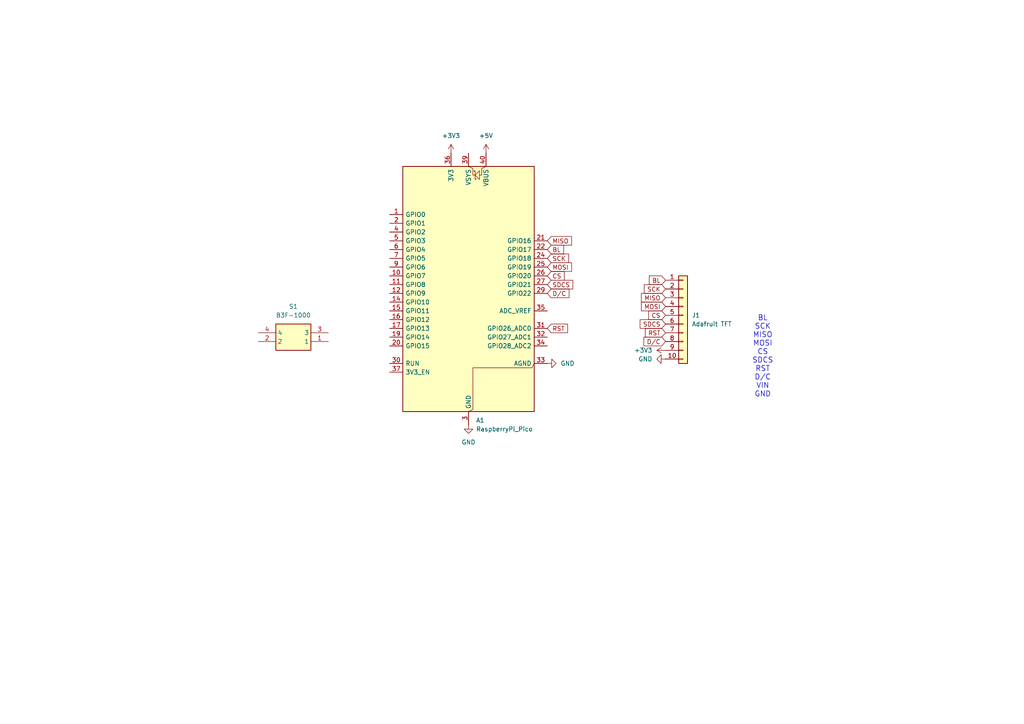
<source format=kicad_sch>
(kicad_sch (version 20250114) (generator "eeschema") (generator_version "9.0")
  (paper "A4")
  (lib_symbols
    (symbol "Connector_Generic:Conn_01x10" (pin_names (offset 1.016) (hide yes))
      (property "Reference" "J" (at 0 12.7 0))
      (property "Value" "Conn_01x10" (at 0 -15.24 0))
      (symbol "Conn_01x10_1_1"
        (rectangle (start -1.27 11.43) (end 1.27 -13.97) (stroke (width 0.254)) (fill (type background)))
        (rectangle (start -1.27 10.287) (end 0 10.033) (stroke (width 0.1524)))
        (rectangle (start -1.27 7.747) (end 0 7.493) (stroke (width 0.1524)))
        (rectangle (start -1.27 5.207) (end 0 4.953) (stroke (width 0.1524)))
        (rectangle (start -1.27 2.667) (end 0 2.413) (stroke (width 0.1524)))
        (rectangle (start -1.27 0.127) (end 0 -0.127) (stroke (width 0.1524)))
        (rectangle (start -1.27 -2.413) (end 0 -2.667) (stroke (width 0.1524)))
        (rectangle (start -1.27 -4.953) (end 0 -5.207) (stroke (width 0.1524)))
        (rectangle (start -1.27 -7.493) (end 0 -7.747) (stroke (width 0.1524)))
        (rectangle (start -1.27 -10.033) (end 0 -10.287) (stroke (width 0.1524)))
        (rectangle (start -1.27 -12.573) (end 0 -12.827) (stroke (width 0.1524)))
        (pin passive line (at -5.08 10.16 0) (length 3.81) (name "Pin_1") (number "1"))
        (pin passive line (at -5.08 7.62 0) (length 3.81) (name "Pin_2") (number "2"))
        (pin passive line (at -5.08 5.08 0) (length 3.81) (name "Pin_3") (number "3"))
        (pin passive line (at -5.08 2.54 0) (length 3.81) (name "Pin_4") (number "4"))
        (pin passive line (at -5.08 0 0) (length 3.81) (name "Pin_5") (number "5"))
        (pin passive line (at -5.08 -2.54 0) (length 3.81) (name "Pin_6") (number "6"))
        (pin passive line (at -5.08 -5.08 0) (length 3.81) (name "Pin_7") (number "7"))
        (pin passive line (at -5.08 -7.62 0) (length 3.81) (name "Pin_8") (number "8"))
        (pin passive line (at -5.08 -10.16 0) (length 3.81) (name "Pin_9") (number "9"))
        (pin passive line (at -5.08 -12.7 0) (length 3.81) (name "Pin_10") (number "10"))
      )
    )
    (symbol "OmronB3F_1000:B3F-1000"
      (property "Reference" "S" (at 16.51 7.62 0))
      (property "Value" "B3F-1000" (at 16.51 5.08 0))
      (symbol "B3F-1000_1_1"
        (rectangle (start 5.08 2.54) (end 15.24 -5.08) (stroke (width 0.254)) (fill (type background)))
        (pin passive line (at 0 0 0) (length 5.08) (name "4") (number "4"))
        (pin passive line (at 0 -2.54 0) (length 5.08) (name "2") (number "2"))
        (pin passive line (at 20.32 0 180) (length 5.08) (name "3") (number "3"))
        (pin passive line (at 20.32 -2.54 180) (length 5.08) (name "1") (number "1"))
      )
    )
    (symbol "Rasberry_Pi_Pico:RaspberryPi_Pico" (pin_names (offset 0.762))
      (property "Reference" "A" (at -19.05 38.1 0))
      (property "Value" "RaspberryPi_Pico" (at 7.62 38.1 0))
      (symbol "RaspberryPi_Pico_0_1"
        (rectangle (start -19.05 36.83) (end 19.05 -34.29) (stroke (width 0.254)) (fill (type background)))
        (polyline (pts (xy 0 36.83) (xy 1.27 36.195) (xy 1.27 34.29) (xy 1.905 34.29)))
        (polyline (pts (xy 0 -34.29) (xy 1.27 -33.655) (xy 1.27 -21.59) (xy 18.415 -21.59) (xy 19.05 -20.32)))
        (polyline (pts (xy 1.651 35.306) (xy 1.651 35.56) (xy 1.905 35.56) (xy 1.905 33.02) (xy 2.159 33.02) (xy 2.159 33.274)))
        (polyline (pts (xy 1.905 34.29) (xy 3.175 35.56) (xy 3.175 33.02) (xy 1.905 34.29)))
        (polyline (pts (xy 5.08 36.83) (xy 3.81 36.195) (xy 3.81 34.29) (xy 3.175 34.29)))
      )
      (symbol "RaspberryPi_Pico_1_1"
        (pin bidirectional line (at -22.86 22.86 0) (length 3.81) (name "GPIO0") (number "1"))
        (pin bidirectional line (at -22.86 20.32 0) (length 3.81) (name "GPIO1") (number "2"))
        (pin bidirectional line (at -22.86 17.78 0) (length 3.81) (name "GPIO2") (number "4"))
        (pin bidirectional line (at -22.86 15.24 0) (length 3.81) (name "GPIO3") (number "5"))
        (pin bidirectional line (at -22.86 12.7 0) (length 3.81) (name "GPIO4") (number "6"))
        (pin bidirectional line (at -22.86 10.16 0) (length 3.81) (name "GPIO5") (number "7"))
        (pin bidirectional line (at -22.86 7.62 0) (length 3.81) (name "GPIO6") (number "9"))
        (pin bidirectional line (at -22.86 5.08 0) (length 3.81) (name "GPIO7") (number "10"))
        (pin bidirectional line (at -22.86 2.54 0) (length 3.81) (name "GPIO8") (number "11"))
        (pin bidirectional line (at -22.86 0 0) (length 3.81) (name "GPIO9") (number "12"))
        (pin bidirectional line (at -22.86 -2.54 0) (length 3.81) (name "GPIO10") (number "14"))
        (pin bidirectional line (at -22.86 -5.08 0) (length 3.81) (name "GPIO11") (number "15"))
        (pin bidirectional line (at -22.86 -7.62 0) (length 3.81) (name "GPIO12") (number "16"))
        (pin bidirectional line (at -22.86 -10.16 0) (length 3.81) (name "GPIO13") (number "17"))
        (pin bidirectional line (at -22.86 -12.7 0) (length 3.81) (name "GPIO14") (number "19"))
        (pin bidirectional line (at -22.86 -15.24 0) (length 3.81) (name "GPIO15") (number "20"))
        (pin input line (at -22.86 -20.32 0) (length 3.81) (name "RUN") (number "30"))
        (pin input line (at -22.86 -22.86 0) (length 3.81) (name "3V3_EN") (number "37"))
        (pin power_out line (at -5.08 40.64 270) (length 3.81) (name "3V3") (number "36"))
        (pin power_in line (at 0 40.64 270) (length 3.81) (name "VSYS") (number "39"))
        (pin passive line (at 0 -38.1 90) (length 3.81) (hide yes) (name "GND") (number "13"))
        (pin passive line (at 0 -38.1 90) (length 3.81) (hide yes) (name "GND") (number "18"))
        (pin passive line (at 0 -38.1 90) (length 3.81) (hide yes) (name "GND") (number "23"))
        (pin passive line (at 0 -38.1 90) (length 3.81) (hide yes) (name "GND") (number "28"))
        (pin power_out line (at 0 -38.1 90) (length 3.81) (name "GND") (number "3"))
        (pin passive line (at 0 -38.1 90) (length 3.81) (hide yes) (name "GND") (number "38"))
        (pin passive line (at 0 -38.1 90) (length 3.81) (hide yes) (name "GND") (number "8"))
        (pin power_out line (at 5.08 40.64 270) (length 3.81) (name "VBUS") (number "40"))
        (pin bidirectional line (at 22.86 15.24 180) (length 3.81) (name "GPIO16") (number "21"))
        (pin bidirectional line (at 22.86 12.7 180) (length 3.81) (name "GPIO17") (number "22"))
        (pin bidirectional line (at 22.86 10.16 180) (length 3.81) (name "GPIO18") (number "24"))
        (pin bidirectional line (at 22.86 7.62 180) (length 3.81) (name "GPIO19") (number "25"))
        (pin bidirectional line (at 22.86 5.08 180) (length 3.81) (name "GPIO20") (number "26"))
        (pin bidirectional line (at 22.86 2.54 180) (length 3.81) (name "GPIO21") (number "27"))
        (pin bidirectional line (at 22.86 0 180) (length 3.81) (name "GPIO22") (number "29"))
        (pin power_in line (at 22.86 -5.08 180) (length 3.81) (name "ADC_VREF") (number "35"))
        (pin bidirectional line (at 22.86 -10.16 180) (length 3.81) (name "GPIO26_ADC0") (number "31"))
        (pin bidirectional line (at 22.86 -12.7 180) (length 3.81) (name "GPIO27_ADC1") (number "32"))
        (pin bidirectional line (at 22.86 -15.24 180) (length 3.81) (name "GPIO28_ADC2") (number "34"))
        (pin power_out line (at 22.86 -20.32 180) (length 3.81) (name "AGND") (number "33"))
      )
    )
    (symbol "power:+3V3" (power) (pin_numbers (hide yes)) (pin_names (offset 0) (hide yes))
      (property "Value" "+3V3" (at 0 3.556 0))
      (symbol "+3V3_0_1"
        (polyline (pts (xy -0.762 1.27) (xy 0 2.54)))
        (polyline (pts (xy 0 2.54) (xy 0.762 1.27)))
        (polyline (pts (xy 0 0) (xy 0 2.54)))
      )
      (symbol "+3V3_1_1"
        (pin power_in line (at 0 0 90) (length 0) (name "~") (number "1"))
      )
    )
    (symbol "power:+5V" (power) (pin_numbers (hide yes)) (pin_names (offset 0) (hide yes))
      (property "Value" "+5V" (at 0 3.556 0))
      (symbol "+5V_0_1"
        (polyline (pts (xy -0.762 1.27) (xy 0 2.54)))
        (polyline (pts (xy 0 2.54) (xy 0.762 1.27)))
        (polyline (pts (xy 0 0) (xy 0 2.54)))
      )
      (symbol "+5V_1_1"
        (pin power_in line (at 0 0 90) (length 0) (name "~") (number "1"))
      )
    )
    (symbol "power:GND" (power) (pin_numbers (hide yes)) (pin_names (offset 0) (hide yes))
      (property "Value" "GND" (at 0 -3.81 0))
      (symbol "GND_0_1"
        (polyline (pts (xy 0 0) (xy 0 -1.27) (xy 1.27 -1.27) (xy 0 -2.54) (xy -1.27 -1.27) (xy 0 -1.27)))
      )
      (symbol "GND_1_1"
        (pin power_in line (at 0 0 270) (length 0) (name "~") (number "1"))
      )
    )
  )
  (text "BL\nSCK\nMISO\nMOSI\nCS\nSDCS\nRST\nD/C\nVIN\nGND" (at 221.234 103.378 0) (effects (font (size 1.524 1.524))))
  (global_label "SCK" (shape input) (at 158.75 74.93 0) (property "Intersheetrefs" "${INTERSHEET_REFS}" (effects (hide yes))))
  (global_label "MISO" (shape input) (at 158.75 69.85 0) (property "Intersheetrefs" "${INTERSHEET_REFS}" (effects (hide yes))))
  (global_label "SDCS" (shape input) (at 193.04 93.98 180) (property "Intersheetrefs" "${INTERSHEET_REFS}" (effects (hide yes))))
  (global_label "MOSI" (shape input) (at 158.75 77.47 0) (property "Intersheetrefs" "${INTERSHEET_REFS}" (effects (hide yes))))
  (global_label "RST" (shape input) (at 158.75 95.25 0) (property "Intersheetrefs" "${INTERSHEET_REFS}" (effects (hide yes))))
  (global_label "D{slash}C" (shape input) (at 193.04 99.06 180) (property "Intersheetrefs" "${INTERSHEET_REFS}" (effects (hide yes))))
  (global_label "RST" (shape input) (at 193.04 96.52 180) (property "Intersheetrefs" "${INTERSHEET_REFS}" (effects (hide yes))))
  (global_label "SCK" (shape input) (at 193.04 83.82 180) (property "Intersheetrefs" "${INTERSHEET_REFS}" (effects (hide yes))))
  (global_label "D{slash}C" (shape input) (at 158.75 85.09 0) (property "Intersheetrefs" "${INTERSHEET_REFS}" (effects (hide yes))))
  (global_label "MOSI" (shape input) (at 193.04 88.9 180) (property "Intersheetrefs" "${INTERSHEET_REFS}" (effects (hide yes))))
  (global_label "CS" (shape input) (at 158.75 80.01 0) (property "Intersheetrefs" "${INTERSHEET_REFS}" (effects (hide yes))))
  (global_label "BL" (shape input) (at 158.75 72.39 0) (property "Intersheetrefs" "${INTERSHEET_REFS}" (effects (hide yes))))
  (global_label "BL" (shape input) (at 193.04 81.28 180) (property "Intersheetrefs" "${INTERSHEET_REFS}" (effects (hide yes))))
  (global_label "MISO" (shape input) (at 193.04 86.36 180) (property "Intersheetrefs" "${INTERSHEET_REFS}" (effects (hide yes))))
  (global_label "CS" (shape input) (at 193.04 91.44 180) (property "Intersheetrefs" "${INTERSHEET_REFS}" (effects (hide yes))))
  (global_label "SDCS" (shape input) (at 158.75 82.55 0) (property "Intersheetrefs" "${INTERSHEET_REFS}" (effects (hide yes))))
  (symbol (lib_id "power:+3V3") (at 130.81 44.45 0) (unit 1)
    (property "Reference" "#PWR04" (effects (hide yes)))
    (property "Value" "+3V3" (at 130.81 39.37 0))
    (property "Description" "Power symbol creates a global label with name \"+3V3\"" (effects (hide yes)))
  )
  (symbol (lib_id "OmronB3F_1000:B3F-1000") (at 74.93 96.52 0) (unit 1)
    (property "Reference" "S1" (at 85.09 88.9 0))
    (property "Value" "B3F-1000" (at 85.09 91.44 0))
    (property "Footprint" "B3F1002" (effects (hide yes)))
    (property "Datasheet" "https://www.omron.com/ecb/products/pdf/en-b3f.pdf" (effects (hide yes)))
    (property "Description" "OMRON ELECTRONIC COMPONENTS - B3F-1000 - SWITCH, SPNO, 0.05A, 24V, THT, 0.98N" (effects (hide yes)))
    (property "Mouser Part Number" "653-B3F-1000" (effects (hide yes)))
    (property "Mouser Price/Stock" "https://www.mouser.co.uk/ProductDetail/Omron-Electronics/B3F-1000?qs=lK7M36XCk6JQHckSc1xIsg%3D%3D" (effects (hide yes)))
    (property "Manufacturer_Name" "Omron Electronics" (effects (hide yes)))
    (property "Manufacturer_Part_Number" "B3F-1000" (effects (hide yes)))
  )
  (symbol (lib_id "power:GND") (at 158.75 105.41 90) (unit 1)
    (property "Reference" "#PWR06" (effects (hide yes)))
    (property "Value" "GND" (at 162.56 105.4099 90) (effects (justify right)))
    (property "Description" "Power symbol creates a global label with name \"GND\" , ground" (effects (hide yes)))
  )
  (symbol (lib_id "power:GND") (at 135.89 123.19 0) (unit 1)
    (property "Reference" "#PWR01" (effects (hide yes)))
    (property "Value" "GND" (at 135.89 128.27 0))
    (property "Description" "Power symbol creates a global label with name \"GND\" , ground" (effects (hide yes)))
  )
  (symbol (lib_id "Rasberry_Pi_Pico:RaspberryPi_Pico") (at 135.89 85.09 0) (unit 1)
    (property "Reference" "A1" (at 138.0333 121.92 0) (effects (justify left)))
    (property "Value" "RaspberryPi_Pico" (at 138.0333 124.46 0) (effects (justify left)))
    (property "Footprint" "Module_RaspberryPi_Pico:RaspberryPi_Pico_Common" (effects (hide yes)))
    (property "Datasheet" "https://datasheets.raspberrypi.com/pico/pico-datasheet.pdf" (effects (hide yes)))
    (property "Description" "Versatile and inexpensive microcontroller module powered by RP2040 dual-core Arm Cortex-M0+ processor up to 133 MHz, 264kB SRAM, 2MB QSPI flash" (effects (hide yes)))
  )
  (symbol (lib_id "power:+3V3") (at 193.04 101.6 90) (unit 1)
    (property "Reference" "#PWR02" (effects (hide yes)))
    (property "Value" "+3V3" (at 189.23 101.5999 90) (effects (justify left)))
    (property "Description" "Power symbol creates a global label with name \"+3V3\"" (effects (hide yes)))
  )
  (symbol (lib_id "Connector_Generic:Conn_01x10") (at 198.12 91.44 0) (unit 1)
    (property "Reference" "J1" (at 200.66 91.4399 0) (effects (justify left)))
    (property "Value" "Adafruit TFT" (at 200.66 93.9799 0) (effects (justify left)))
    (property "Description" "Generic connector, single row, 01x10, script generated (kicad-library-utils/schlib/autogen/connector/)" (effects (hide yes)))
  )
  (symbol (lib_id "power:GND") (at 193.04 104.14 270) (unit 1)
    (property "Reference" "#PWR03" (effects (hide yes)))
    (property "Value" "GND" (at 189.23 104.1399 90) (effects (justify right)))
    (property "Description" "Power symbol creates a global label with name \"GND\" , ground" (effects (hide yes)))
  )
  (symbol (lib_id "power:+5V") (at 140.97 44.45 0) (unit 1)
    (property "Reference" "#PWR05" (effects (hide yes)))
    (property "Value" "+5V" (at 140.97 39.37 0))
    (property "Description" "Power symbol creates a global label with name \"+5V\"" (effects (hide yes)))
  )
)
</source>
